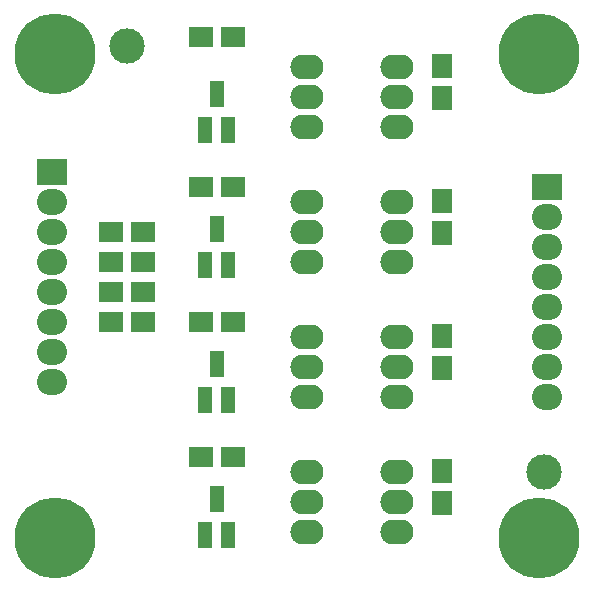
<source format=gts>
G04 #@! TF.FileFunction,Soldermask,Top*
%FSLAX46Y46*%
G04 Gerber Fmt 4.6, Leading zero omitted, Abs format (unit mm)*
G04 Created by KiCad (PCBNEW (after 2015-mar-04 BZR unknown)-product) date 6/12/2015 3:56:59 PM*
%MOMM*%
G01*
G04 APERTURE LIST*
%ADD10C,0.150000*%
%ADD11C,3.000000*%
%ADD12R,2.008000X1.808000*%
%ADD13R,1.808000X2.008000*%
%ADD14O,2.808000X2.108000*%
%ADD15R,1.308100X2.308860*%
%ADD16R,2.540000X2.235200*%
%ADD17O,2.540000X2.235200*%
%ADD18C,6.858000*%
G04 APERTURE END LIST*
D10*
D11*
X200406000Y-119380000D03*
X165100000Y-83312000D03*
D12*
X163750000Y-99060000D03*
X166450000Y-99060000D03*
X171370000Y-82550000D03*
X174070000Y-82550000D03*
D13*
X191770000Y-87710000D03*
X191770000Y-85010000D03*
D12*
X163750000Y-101600000D03*
X166450000Y-101600000D03*
X171370000Y-95250000D03*
X174070000Y-95250000D03*
D13*
X191770000Y-99140000D03*
X191770000Y-96440000D03*
D12*
X163750000Y-104140000D03*
X166450000Y-104140000D03*
X171370000Y-106680000D03*
X174070000Y-106680000D03*
D13*
X191770000Y-110570000D03*
X191770000Y-107870000D03*
D12*
X163750000Y-106680000D03*
X166450000Y-106680000D03*
X171370000Y-118110000D03*
X174070000Y-118110000D03*
D13*
X191770000Y-122000000D03*
X191770000Y-119300000D03*
D14*
X180340000Y-85090000D03*
X180340000Y-87630000D03*
X180340000Y-90170000D03*
X187960000Y-90170000D03*
X187960000Y-87630000D03*
X187960000Y-85090000D03*
X180340000Y-96520000D03*
X180340000Y-99060000D03*
X180340000Y-101600000D03*
X187960000Y-101600000D03*
X187960000Y-99060000D03*
X187960000Y-96520000D03*
X180340000Y-107950000D03*
X180340000Y-110490000D03*
X180340000Y-113030000D03*
X187960000Y-113030000D03*
X187960000Y-110490000D03*
X187960000Y-107950000D03*
X180340000Y-119380000D03*
X180340000Y-121920000D03*
X180340000Y-124460000D03*
X187960000Y-124460000D03*
X187960000Y-121920000D03*
X187960000Y-119380000D03*
D15*
X171770000Y-90401140D03*
X173670000Y-90401140D03*
X172720000Y-87398860D03*
X171770000Y-101831140D03*
X173670000Y-101831140D03*
X172720000Y-98828860D03*
X171770000Y-113261140D03*
X173670000Y-113261140D03*
X172720000Y-110258860D03*
X171770000Y-124691140D03*
X173670000Y-124691140D03*
X172720000Y-121688860D03*
D16*
X158750000Y-93980000D03*
D17*
X158750000Y-96520000D03*
X158750000Y-99060000D03*
X158750000Y-101600000D03*
X158750000Y-104140000D03*
X158750000Y-106680000D03*
X158750000Y-109220000D03*
X158750000Y-111760000D03*
D16*
X200660000Y-95250000D03*
D17*
X200660000Y-97790000D03*
X200660000Y-100330000D03*
X200660000Y-102870000D03*
X200660000Y-105410000D03*
X200660000Y-107950000D03*
X200660000Y-110490000D03*
X200660000Y-113030000D03*
D18*
X159000000Y-84000000D03*
X200000000Y-84000000D03*
X159000000Y-125000000D03*
X200000000Y-125000000D03*
M02*

</source>
